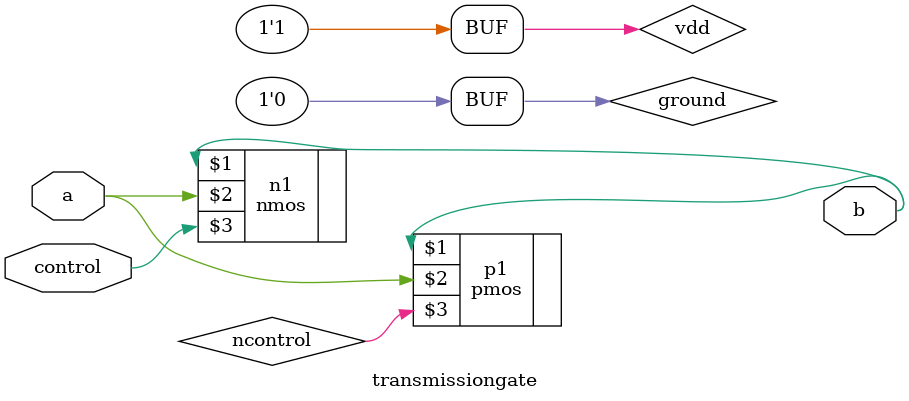
<source format=v>
`timescale 1ns / 1ps


module transmissiongate(a,control,b);
input a,control;
output b;
wire n;
   supply1 vdd;
   supply0 ground;
   
   nmos n1(b,a,control);
   pmos p1(b,a,ncontrol);
endmodule

</source>
